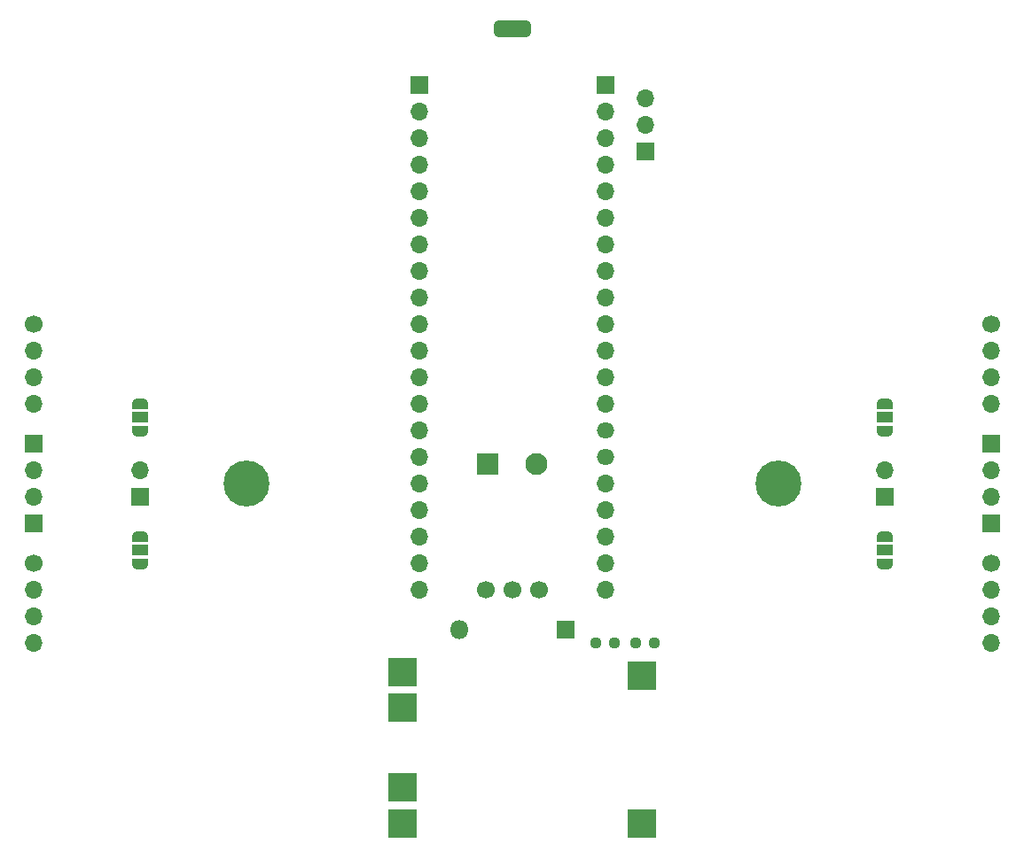
<source format=gbr>
%TF.GenerationSoftware,KiCad,Pcbnew,8.0.5*%
%TF.CreationDate,2024-10-21T23:21:48+02:00*%
%TF.ProjectId,kyb_sat,6b79625f-7361-4742-9e6b-696361645f70,rev?*%
%TF.SameCoordinates,Original*%
%TF.FileFunction,Soldermask,Top*%
%TF.FilePolarity,Negative*%
%FSLAX46Y46*%
G04 Gerber Fmt 4.6, Leading zero omitted, Abs format (unit mm)*
G04 Created by KiCad (PCBNEW 8.0.5) date 2024-10-21 23:21:48*
%MOMM*%
%LPD*%
G01*
G04 APERTURE LIST*
G04 Aperture macros list*
%AMRoundRect*
0 Rectangle with rounded corners*
0 $1 Rounding radius*
0 $2 $3 $4 $5 $6 $7 $8 $9 X,Y pos of 4 corners*
0 Add a 4 corners polygon primitive as box body*
4,1,4,$2,$3,$4,$5,$6,$7,$8,$9,$2,$3,0*
0 Add four circle primitives for the rounded corners*
1,1,$1+$1,$2,$3*
1,1,$1+$1,$4,$5*
1,1,$1+$1,$6,$7*
1,1,$1+$1,$8,$9*
0 Add four rect primitives between the rounded corners*
20,1,$1+$1,$2,$3,$4,$5,0*
20,1,$1+$1,$4,$5,$6,$7,0*
20,1,$1+$1,$6,$7,$8,$9,0*
20,1,$1+$1,$8,$9,$2,$3,0*%
%AMFreePoly0*
4,1,19,0.550000,-0.750000,0.000000,-0.750000,0.000000,-0.744911,-0.071157,-0.744911,-0.207708,-0.704816,-0.327430,-0.627875,-0.420627,-0.520320,-0.479746,-0.390866,-0.500000,-0.250000,-0.500000,0.250000,-0.479746,0.390866,-0.420627,0.520320,-0.327430,0.627875,-0.207708,0.704816,-0.071157,0.744911,0.000000,0.744911,0.000000,0.750000,0.550000,0.750000,0.550000,-0.750000,0.550000,-0.750000,
$1*%
%AMFreePoly1*
4,1,19,0.000000,0.744911,0.071157,0.744911,0.207708,0.704816,0.327430,0.627875,0.420627,0.520320,0.479746,0.390866,0.500000,0.250000,0.500000,-0.250000,0.479746,-0.390866,0.420627,-0.520320,0.327430,-0.627875,0.207708,-0.704816,0.071157,-0.744911,0.000000,-0.744911,0.000000,-0.750000,-0.550000,-0.750000,-0.550000,0.750000,0.000000,0.750000,0.000000,0.744911,0.000000,0.744911,
$1*%
G04 Aperture macros list end*
%ADD10C,1.000000*%
%ADD11R,1.700000X1.700000*%
%ADD12O,1.700000X1.700000*%
%ADD13R,1.800000X1.800000*%
%ADD14O,1.800000X1.800000*%
%ADD15C,1.700000*%
%ADD16R,2.800000X2.800000*%
%ADD17C,0.700000*%
%ADD18C,4.400000*%
%ADD19FreePoly0,90.000000*%
%ADD20R,1.500000X1.000000*%
%ADD21FreePoly1,90.000000*%
%ADD22RoundRect,0.237500X-0.250000X-0.237500X0.250000X-0.237500X0.250000X0.237500X-0.250000X0.237500X0*%
%ADD23FreePoly0,270.000000*%
%ADD24FreePoly1,270.000000*%
%ADD25O,1.700000X1.500000*%
%ADD26RoundRect,0.250001X-0.799999X-0.799999X0.799999X-0.799999X0.799999X0.799999X-0.799999X0.799999X0*%
%ADD27C,2.100000*%
G04 APERTURE END LIST*
D10*
X125730000Y-83185000D02*
X128270000Y-83185000D01*
X128270000Y-83820000D01*
X125730000Y-83820000D01*
X125730000Y-83185000D01*
G36*
X125730000Y-83185000D02*
G01*
X128270000Y-83185000D01*
X128270000Y-83820000D01*
X125730000Y-83820000D01*
X125730000Y-83185000D01*
G37*
D11*
%TO.C,SW1*%
X139700000Y-95250000D03*
D12*
X139700000Y-92710000D03*
X139700000Y-90170000D03*
%TD*%
D13*
%TO.C,D1*%
X132080000Y-140970000D03*
D14*
X121920000Y-140970000D03*
%TD*%
D11*
%TO.C,J1*%
X118110000Y-88900000D03*
D12*
X118110000Y-91440000D03*
X118110000Y-93980000D03*
X118110000Y-96520000D03*
X118110000Y-99060000D03*
X118110000Y-101600000D03*
X118110000Y-104140000D03*
X118110000Y-106680000D03*
X118110000Y-109220000D03*
X118110000Y-111760000D03*
X118110000Y-114300000D03*
X118110000Y-116840000D03*
X118110000Y-119380000D03*
X118110000Y-121920000D03*
X118110000Y-124460000D03*
X118110000Y-127000000D03*
X118110000Y-129540000D03*
X118110000Y-132080000D03*
X118110000Y-134620000D03*
X118110000Y-137160000D03*
%TD*%
D15*
%TO.C,J6*%
X172720000Y-111760000D03*
D12*
X172720000Y-114300000D03*
X172720000Y-116840000D03*
X172720000Y-119380000D03*
%TD*%
D15*
%TO.C,J5*%
X81280000Y-134620000D03*
D12*
X81280000Y-137160000D03*
X81280000Y-139700000D03*
X81280000Y-142240000D03*
%TD*%
D16*
%TO.C,U1*%
X139412500Y-159512500D03*
X139412500Y-145312500D03*
X116512500Y-145012500D03*
X116512500Y-148412500D03*
X116512500Y-156012500D03*
X116512500Y-159512500D03*
%TD*%
D17*
%TO.C,H2*%
X150750000Y-127000000D03*
X151233274Y-125833274D03*
X151233274Y-128166726D03*
X152400000Y-125350000D03*
D18*
X152400000Y-127000000D03*
D17*
X152400000Y-128650000D03*
X153566726Y-125833274D03*
X153566726Y-128166726D03*
X154050000Y-127000000D03*
%TD*%
D11*
%TO.C,J4*%
X81280000Y-123190000D03*
D12*
X81280000Y-125730000D03*
X81280000Y-128270000D03*
D11*
X81280000Y-130810000D03*
%TD*%
D19*
%TO.C,JP1*%
X91440000Y-121950000D03*
D20*
X91440000Y-120650000D03*
D21*
X91440000Y-119350000D03*
%TD*%
D19*
%TO.C,JP3*%
X162560000Y-121950000D03*
D20*
X162560000Y-120650000D03*
D21*
X162560000Y-119350000D03*
%TD*%
D11*
%TO.C,J7*%
X172720000Y-123190000D03*
D12*
X172720000Y-125730000D03*
X172720000Y-128270000D03*
D11*
X172720000Y-130810000D03*
%TD*%
%TO.C,SC2*%
X162560000Y-128275000D03*
D12*
X162560000Y-125735000D03*
%TD*%
D22*
%TO.C,R2*%
X134977500Y-142240000D03*
X136802500Y-142240000D03*
%TD*%
D15*
%TO.C,U2*%
X124460000Y-137160000D03*
X127000000Y-137160000D03*
X129540000Y-137160000D03*
%TD*%
D22*
%TO.C,R1*%
X138787500Y-142240000D03*
X140612500Y-142240000D03*
%TD*%
D23*
%TO.C,JP2*%
X91440000Y-132050000D03*
D20*
X91440000Y-133350000D03*
D24*
X91440000Y-134650000D03*
%TD*%
D15*
%TO.C,J3*%
X81280000Y-111760000D03*
D12*
X81280000Y-114300000D03*
X81280000Y-116840000D03*
X81280000Y-119380000D03*
%TD*%
D11*
%TO.C,J2*%
X135890000Y-88900000D03*
D12*
X135890000Y-91440000D03*
X135890000Y-93980000D03*
X135890000Y-96520000D03*
X135890000Y-99060000D03*
X135890000Y-101600000D03*
X135890000Y-104140000D03*
X135890000Y-106680000D03*
X135890000Y-109220000D03*
X135890000Y-111760000D03*
X135890000Y-114300000D03*
X135890000Y-116840000D03*
X135890000Y-119380000D03*
D25*
X135890000Y-121920000D03*
X135890000Y-124460000D03*
D12*
X135890000Y-127000000D03*
X135890000Y-129540000D03*
X135890000Y-132080000D03*
X135890000Y-134620000D03*
X135890000Y-137160000D03*
%TD*%
D11*
%TO.C,SC1*%
X91440000Y-128270000D03*
D12*
X91440000Y-125730000D03*
%TD*%
D15*
%TO.C,J8*%
X172720000Y-134620000D03*
D12*
X172720000Y-137160000D03*
X172720000Y-139700000D03*
X172720000Y-142240000D03*
%TD*%
D17*
%TO.C,H1*%
X99950000Y-127000000D03*
X100433274Y-125833274D03*
X100433274Y-128166726D03*
X101600000Y-125350000D03*
D18*
X101600000Y-127000000D03*
D17*
X101600000Y-128650000D03*
X102766726Y-125833274D03*
X102766726Y-128166726D03*
X103250000Y-127000000D03*
%TD*%
D23*
%TO.C,JP4*%
X162560000Y-132050000D03*
D20*
X162560000Y-133350000D03*
D24*
X162560000Y-134650000D03*
%TD*%
D26*
%TO.C,BT1*%
X124700000Y-125095000D03*
D27*
X129300000Y-125095000D03*
%TD*%
M02*

</source>
